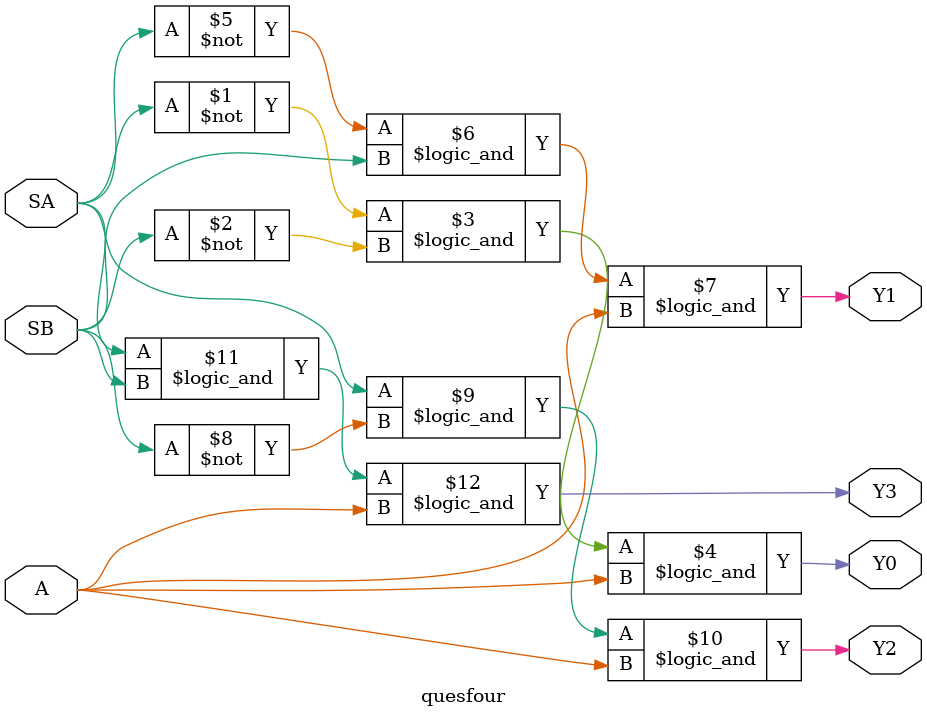
<source format=v>
module quesfour(
    input A,
    input SA,
    input SB,
    output Y0,
    output Y1,
    output Y2,
    output Y3
);

assign Y0 = (~SA)&&(~SB)&&A;
assign Y1 = (~SA)&&SB&&A;
assign Y2 = SA&&(~SB)&&A;
assign Y3 = SA&&SB&&A;

endmodule

</source>
